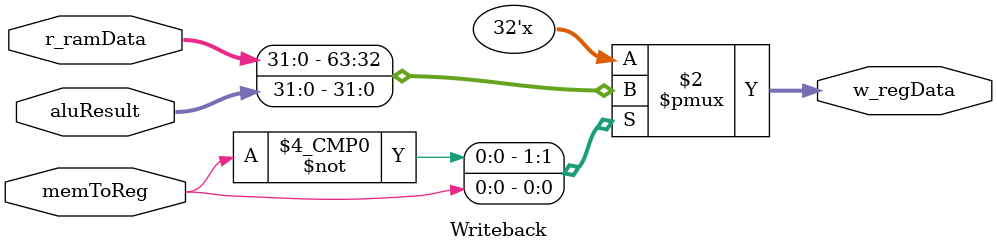
<source format=sv>
`timescale 1ns / 1ps


module Writeback(input logic memToReg,
                 input logic[31:0] r_ramData, aluResult,
                 output logic[31:0] w_regData);
                 
    always_comb begin
        case(memToReg)
            1'b0: w_regData = r_ramData;
            1'b1: w_regData = aluResult;
        endcase 
    end 
endmodule

</source>
